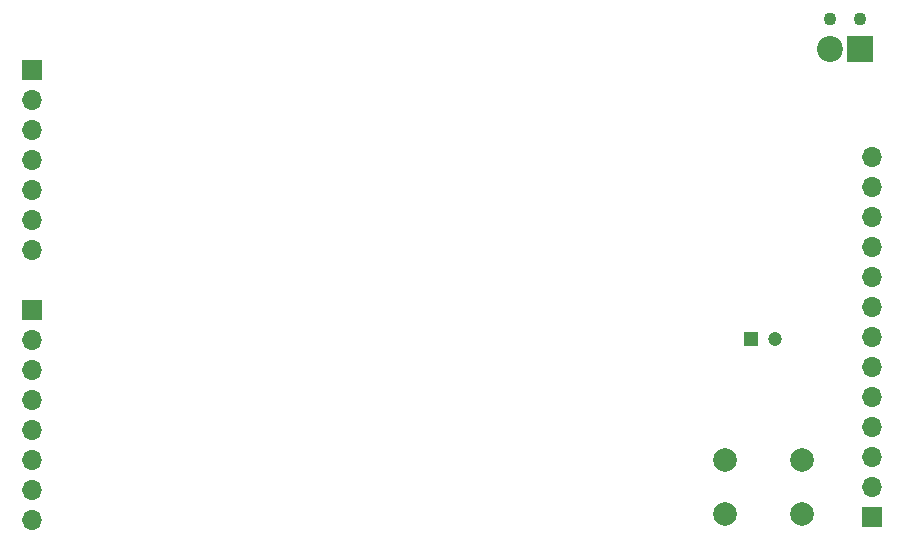
<source format=gbr>
%TF.GenerationSoftware,KiCad,Pcbnew,(6.0.0-0)*%
%TF.CreationDate,2022-08-12T08:36:24-04:00*%
%TF.ProjectId,inst-step-irq-decode,696e7374-2d73-4746-9570-2d6972712d64,rev?*%
%TF.SameCoordinates,Original*%
%TF.FileFunction,Soldermask,Bot*%
%TF.FilePolarity,Negative*%
%FSLAX46Y46*%
G04 Gerber Fmt 4.6, Leading zero omitted, Abs format (unit mm)*
G04 Created by KiCad (PCBNEW (6.0.0-0)) date 2022-08-12 08:36:24*
%MOMM*%
%LPD*%
G01*
G04 APERTURE LIST*
%ADD10C,1.100000*%
%ADD11R,2.200000X2.200000*%
%ADD12C,2.200000*%
%ADD13R,1.200000X1.200000*%
%ADD14C,1.200000*%
%ADD15C,2.000000*%
%ADD16R,1.700000X1.700000*%
%ADD17O,1.700000X1.700000*%
G04 APERTURE END LIST*
D10*
%TO.C,J4*%
X182372000Y-74676000D03*
X184912000Y-74676000D03*
D11*
X184912000Y-77216000D03*
D12*
X182372000Y-77216000D03*
%TD*%
D13*
%TO.C,C5*%
X175757401Y-101770000D03*
D14*
X177757401Y-101770000D03*
%TD*%
D15*
%TO.C,SW1*%
X173534000Y-112050242D03*
X180034000Y-112050242D03*
X173534000Y-116550242D03*
X180034000Y-116550242D03*
%TD*%
D16*
%TO.C,J1*%
X114808000Y-99314242D03*
D17*
X114808000Y-101854242D03*
X114808000Y-104394242D03*
X114808000Y-106934242D03*
X114808000Y-109474242D03*
X114808000Y-112014242D03*
X114808000Y-114554242D03*
X114808000Y-117094242D03*
%TD*%
D16*
%TO.C,J2*%
X185928000Y-116840000D03*
D17*
X185928000Y-114300000D03*
X185928000Y-111760000D03*
X185928000Y-109220000D03*
X185928000Y-106680000D03*
X185928000Y-104140000D03*
X185928000Y-101600000D03*
X185928000Y-99060000D03*
X185928000Y-96520000D03*
X185928000Y-93980000D03*
X185928000Y-91440000D03*
X185928000Y-88900000D03*
X185928000Y-86360000D03*
%TD*%
D16*
%TO.C,J3*%
X114808000Y-78994242D03*
D17*
X114808000Y-81534242D03*
X114808000Y-84074242D03*
X114808000Y-86614242D03*
X114808000Y-89154242D03*
X114808000Y-91694242D03*
X114808000Y-94234242D03*
%TD*%
M02*

</source>
